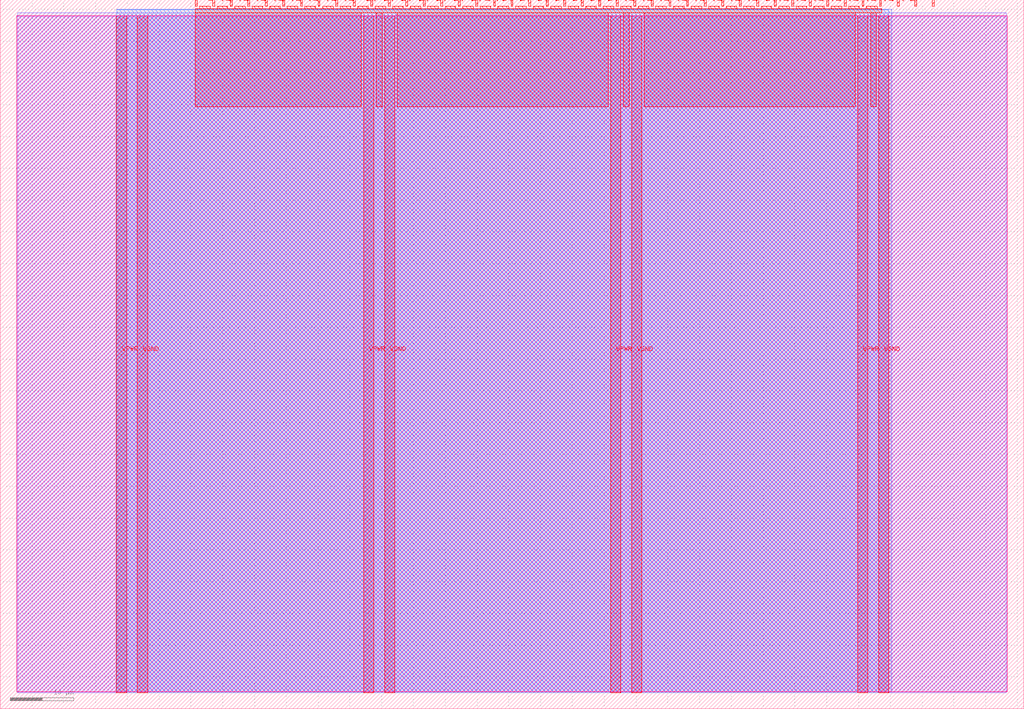
<source format=lef>
VERSION 5.7 ;
  NOWIREEXTENSIONATPIN ON ;
  DIVIDERCHAR "/" ;
  BUSBITCHARS "[]" ;
MACRO tt_um_C8_array_mult
  CLASS BLOCK ;
  FOREIGN tt_um_C8_array_mult ;
  ORIGIN 0.000 0.000 ;
  SIZE 161.000 BY 111.520 ;
  PIN VGND
    DIRECTION INOUT ;
    USE GROUND ;
    PORT
      LAYER met4 ;
        RECT 21.580 2.480 23.180 109.040 ;
    END
    PORT
      LAYER met4 ;
        RECT 60.450 2.480 62.050 109.040 ;
    END
    PORT
      LAYER met4 ;
        RECT 99.320 2.480 100.920 109.040 ;
    END
    PORT
      LAYER met4 ;
        RECT 138.190 2.480 139.790 109.040 ;
    END
  END VGND
  PIN VPWR
    DIRECTION INOUT ;
    USE POWER ;
    PORT
      LAYER met4 ;
        RECT 18.280 2.480 19.880 109.040 ;
    END
    PORT
      LAYER met4 ;
        RECT 57.150 2.480 58.750 109.040 ;
    END
    PORT
      LAYER met4 ;
        RECT 96.020 2.480 97.620 109.040 ;
    END
    PORT
      LAYER met4 ;
        RECT 134.890 2.480 136.490 109.040 ;
    END
  END VPWR
  PIN clk
    DIRECTION INPUT ;
    USE SIGNAL ;
    PORT
      LAYER met4 ;
        RECT 143.830 110.520 144.130 111.520 ;
    END
  END clk
  PIN ena
    DIRECTION INPUT ;
    USE SIGNAL ;
    PORT
      LAYER met4 ;
        RECT 146.590 110.520 146.890 111.520 ;
    END
  END ena
  PIN rst_n
    DIRECTION INPUT ;
    USE SIGNAL ;
    PORT
      LAYER met4 ;
        RECT 141.070 110.520 141.370 111.520 ;
    END
  END rst_n
  PIN ui_in[0]
    DIRECTION INPUT ;
    USE SIGNAL ;
    ANTENNAGATEAREA 0.126000 ;
    PORT
      LAYER met4 ;
        RECT 138.310 110.520 138.610 111.520 ;
    END
  END ui_in[0]
  PIN ui_in[1]
    DIRECTION INPUT ;
    USE SIGNAL ;
    ANTENNAGATEAREA 0.213000 ;
    PORT
      LAYER met4 ;
        RECT 135.550 110.520 135.850 111.520 ;
    END
  END ui_in[1]
  PIN ui_in[2]
    DIRECTION INPUT ;
    USE SIGNAL ;
    ANTENNAGATEAREA 0.213000 ;
    PORT
      LAYER met4 ;
        RECT 132.790 110.520 133.090 111.520 ;
    END
  END ui_in[2]
  PIN ui_in[3]
    DIRECTION INPUT ;
    USE SIGNAL ;
    ANTENNAGATEAREA 0.213000 ;
    PORT
      LAYER met4 ;
        RECT 130.030 110.520 130.330 111.520 ;
    END
  END ui_in[3]
  PIN ui_in[4]
    DIRECTION INPUT ;
    USE SIGNAL ;
    ANTENNAGATEAREA 0.213000 ;
    PORT
      LAYER met4 ;
        RECT 127.270 110.520 127.570 111.520 ;
    END
  END ui_in[4]
  PIN ui_in[5]
    DIRECTION INPUT ;
    USE SIGNAL ;
    ANTENNAGATEAREA 0.213000 ;
    PORT
      LAYER met4 ;
        RECT 124.510 110.520 124.810 111.520 ;
    END
  END ui_in[5]
  PIN ui_in[6]
    DIRECTION INPUT ;
    USE SIGNAL ;
    ANTENNAGATEAREA 0.213000 ;
    PORT
      LAYER met4 ;
        RECT 121.750 110.520 122.050 111.520 ;
    END
  END ui_in[6]
  PIN ui_in[7]
    DIRECTION INPUT ;
    USE SIGNAL ;
    ANTENNAGATEAREA 0.213000 ;
    PORT
      LAYER met4 ;
        RECT 118.990 110.520 119.290 111.520 ;
    END
  END ui_in[7]
  PIN uio_in[0]
    DIRECTION INPUT ;
    USE SIGNAL ;
    PORT
      LAYER met4 ;
        RECT 116.230 110.520 116.530 111.520 ;
    END
  END uio_in[0]
  PIN uio_in[1]
    DIRECTION INPUT ;
    USE SIGNAL ;
    PORT
      LAYER met4 ;
        RECT 113.470 110.520 113.770 111.520 ;
    END
  END uio_in[1]
  PIN uio_in[2]
    DIRECTION INPUT ;
    USE SIGNAL ;
    PORT
      LAYER met4 ;
        RECT 110.710 110.520 111.010 111.520 ;
    END
  END uio_in[2]
  PIN uio_in[3]
    DIRECTION INPUT ;
    USE SIGNAL ;
    PORT
      LAYER met4 ;
        RECT 107.950 110.520 108.250 111.520 ;
    END
  END uio_in[3]
  PIN uio_in[4]
    DIRECTION INPUT ;
    USE SIGNAL ;
    PORT
      LAYER met4 ;
        RECT 105.190 110.520 105.490 111.520 ;
    END
  END uio_in[4]
  PIN uio_in[5]
    DIRECTION INPUT ;
    USE SIGNAL ;
    PORT
      LAYER met4 ;
        RECT 102.430 110.520 102.730 111.520 ;
    END
  END uio_in[5]
  PIN uio_in[6]
    DIRECTION INPUT ;
    USE SIGNAL ;
    PORT
      LAYER met4 ;
        RECT 99.670 110.520 99.970 111.520 ;
    END
  END uio_in[6]
  PIN uio_in[7]
    DIRECTION INPUT ;
    USE SIGNAL ;
    PORT
      LAYER met4 ;
        RECT 96.910 110.520 97.210 111.520 ;
    END
  END uio_in[7]
  PIN uio_oe[0]
    DIRECTION OUTPUT ;
    USE SIGNAL ;
    PORT
      LAYER met4 ;
        RECT 49.990 110.520 50.290 111.520 ;
    END
  END uio_oe[0]
  PIN uio_oe[1]
    DIRECTION OUTPUT ;
    USE SIGNAL ;
    PORT
      LAYER met4 ;
        RECT 47.230 110.520 47.530 111.520 ;
    END
  END uio_oe[1]
  PIN uio_oe[2]
    DIRECTION OUTPUT ;
    USE SIGNAL ;
    PORT
      LAYER met4 ;
        RECT 44.470 110.520 44.770 111.520 ;
    END
  END uio_oe[2]
  PIN uio_oe[3]
    DIRECTION OUTPUT ;
    USE SIGNAL ;
    PORT
      LAYER met4 ;
        RECT 41.710 110.520 42.010 111.520 ;
    END
  END uio_oe[3]
  PIN uio_oe[4]
    DIRECTION OUTPUT ;
    USE SIGNAL ;
    PORT
      LAYER met4 ;
        RECT 38.950 110.520 39.250 111.520 ;
    END
  END uio_oe[4]
  PIN uio_oe[5]
    DIRECTION OUTPUT ;
    USE SIGNAL ;
    PORT
      LAYER met4 ;
        RECT 36.190 110.520 36.490 111.520 ;
    END
  END uio_oe[5]
  PIN uio_oe[6]
    DIRECTION OUTPUT ;
    USE SIGNAL ;
    PORT
      LAYER met4 ;
        RECT 33.430 110.520 33.730 111.520 ;
    END
  END uio_oe[6]
  PIN uio_oe[7]
    DIRECTION OUTPUT ;
    USE SIGNAL ;
    PORT
      LAYER met4 ;
        RECT 30.670 110.520 30.970 111.520 ;
    END
  END uio_oe[7]
  PIN uio_out[0]
    DIRECTION OUTPUT ;
    USE SIGNAL ;
    PORT
      LAYER met4 ;
        RECT 72.070 110.520 72.370 111.520 ;
    END
  END uio_out[0]
  PIN uio_out[1]
    DIRECTION OUTPUT ;
    USE SIGNAL ;
    PORT
      LAYER met4 ;
        RECT 69.310 110.520 69.610 111.520 ;
    END
  END uio_out[1]
  PIN uio_out[2]
    DIRECTION OUTPUT ;
    USE SIGNAL ;
    PORT
      LAYER met4 ;
        RECT 66.550 110.520 66.850 111.520 ;
    END
  END uio_out[2]
  PIN uio_out[3]
    DIRECTION OUTPUT ;
    USE SIGNAL ;
    PORT
      LAYER met4 ;
        RECT 63.790 110.520 64.090 111.520 ;
    END
  END uio_out[3]
  PIN uio_out[4]
    DIRECTION OUTPUT ;
    USE SIGNAL ;
    PORT
      LAYER met4 ;
        RECT 61.030 110.520 61.330 111.520 ;
    END
  END uio_out[4]
  PIN uio_out[5]
    DIRECTION OUTPUT ;
    USE SIGNAL ;
    PORT
      LAYER met4 ;
        RECT 58.270 110.520 58.570 111.520 ;
    END
  END uio_out[5]
  PIN uio_out[6]
    DIRECTION OUTPUT ;
    USE SIGNAL ;
    PORT
      LAYER met4 ;
        RECT 55.510 110.520 55.810 111.520 ;
    END
  END uio_out[6]
  PIN uio_out[7]
    DIRECTION OUTPUT ;
    USE SIGNAL ;
    PORT
      LAYER met4 ;
        RECT 52.750 110.520 53.050 111.520 ;
    END
  END uio_out[7]
  PIN uo_out[0]
    DIRECTION OUTPUT ;
    USE SIGNAL ;
    ANTENNADIFFAREA 0.643500 ;
    PORT
      LAYER met4 ;
        RECT 94.150 110.520 94.450 111.520 ;
    END
  END uo_out[0]
  PIN uo_out[1]
    DIRECTION OUTPUT ;
    USE SIGNAL ;
    ANTENNADIFFAREA 1.242000 ;
    PORT
      LAYER met4 ;
        RECT 91.390 110.520 91.690 111.520 ;
    END
  END uo_out[1]
  PIN uo_out[2]
    DIRECTION OUTPUT ;
    USE SIGNAL ;
    ANTENNADIFFAREA 1.242000 ;
    PORT
      LAYER met4 ;
        RECT 88.630 110.520 88.930 111.520 ;
    END
  END uo_out[2]
  PIN uo_out[3]
    DIRECTION OUTPUT ;
    USE SIGNAL ;
    ANTENNADIFFAREA 1.242000 ;
    PORT
      LAYER met4 ;
        RECT 85.870 110.520 86.170 111.520 ;
    END
  END uo_out[3]
  PIN uo_out[4]
    DIRECTION OUTPUT ;
    USE SIGNAL ;
    ANTENNADIFFAREA 1.721000 ;
    PORT
      LAYER met4 ;
        RECT 83.110 110.520 83.410 111.520 ;
    END
  END uo_out[4]
  PIN uo_out[5]
    DIRECTION OUTPUT ;
    USE SIGNAL ;
    ANTENNADIFFAREA 1.288000 ;
    PORT
      LAYER met4 ;
        RECT 80.350 110.520 80.650 111.520 ;
    END
  END uo_out[5]
  PIN uo_out[6]
    DIRECTION OUTPUT ;
    USE SIGNAL ;
    ANTENNADIFFAREA 1.721000 ;
    PORT
      LAYER met4 ;
        RECT 77.590 110.520 77.890 111.520 ;
    END
  END uo_out[6]
  PIN uo_out[7]
    DIRECTION OUTPUT ;
    USE SIGNAL ;
    ANTENNADIFFAREA 0.891000 ;
    PORT
      LAYER met4 ;
        RECT 74.830 110.520 75.130 111.520 ;
    END
  END uo_out[7]
  OBS
      LAYER nwell ;
        RECT 2.570 2.635 158.430 108.990 ;
      LAYER li1 ;
        RECT 2.760 2.635 158.240 108.885 ;
      LAYER met1 ;
        RECT 2.760 2.480 158.240 109.440 ;
      LAYER met2 ;
        RECT 18.310 2.535 140.200 110.005 ;
      LAYER met3 ;
        RECT 18.290 2.555 139.780 109.985 ;
      LAYER met4 ;
        RECT 31.370 110.120 33.030 110.520 ;
        RECT 34.130 110.120 35.790 110.520 ;
        RECT 36.890 110.120 38.550 110.520 ;
        RECT 39.650 110.120 41.310 110.520 ;
        RECT 42.410 110.120 44.070 110.520 ;
        RECT 45.170 110.120 46.830 110.520 ;
        RECT 47.930 110.120 49.590 110.520 ;
        RECT 50.690 110.120 52.350 110.520 ;
        RECT 53.450 110.120 55.110 110.520 ;
        RECT 56.210 110.120 57.870 110.520 ;
        RECT 58.970 110.120 60.630 110.520 ;
        RECT 61.730 110.120 63.390 110.520 ;
        RECT 64.490 110.120 66.150 110.520 ;
        RECT 67.250 110.120 68.910 110.520 ;
        RECT 70.010 110.120 71.670 110.520 ;
        RECT 72.770 110.120 74.430 110.520 ;
        RECT 75.530 110.120 77.190 110.520 ;
        RECT 78.290 110.120 79.950 110.520 ;
        RECT 81.050 110.120 82.710 110.520 ;
        RECT 83.810 110.120 85.470 110.520 ;
        RECT 86.570 110.120 88.230 110.520 ;
        RECT 89.330 110.120 90.990 110.520 ;
        RECT 92.090 110.120 93.750 110.520 ;
        RECT 94.850 110.120 96.510 110.520 ;
        RECT 97.610 110.120 99.270 110.520 ;
        RECT 100.370 110.120 102.030 110.520 ;
        RECT 103.130 110.120 104.790 110.520 ;
        RECT 105.890 110.120 107.550 110.520 ;
        RECT 108.650 110.120 110.310 110.520 ;
        RECT 111.410 110.120 113.070 110.520 ;
        RECT 114.170 110.120 115.830 110.520 ;
        RECT 116.930 110.120 118.590 110.520 ;
        RECT 119.690 110.120 121.350 110.520 ;
        RECT 122.450 110.120 124.110 110.520 ;
        RECT 125.210 110.120 126.870 110.520 ;
        RECT 127.970 110.120 129.630 110.520 ;
        RECT 130.730 110.120 132.390 110.520 ;
        RECT 133.490 110.120 135.150 110.520 ;
        RECT 136.250 110.120 137.910 110.520 ;
        RECT 30.655 109.440 138.625 110.120 ;
        RECT 30.655 94.695 56.750 109.440 ;
        RECT 59.150 94.695 60.050 109.440 ;
        RECT 62.450 94.695 95.620 109.440 ;
        RECT 98.020 94.695 98.920 109.440 ;
        RECT 101.320 94.695 134.490 109.440 ;
        RECT 136.890 94.695 137.790 109.440 ;
  END
END tt_um_C8_array_mult
END LIBRARY


</source>
